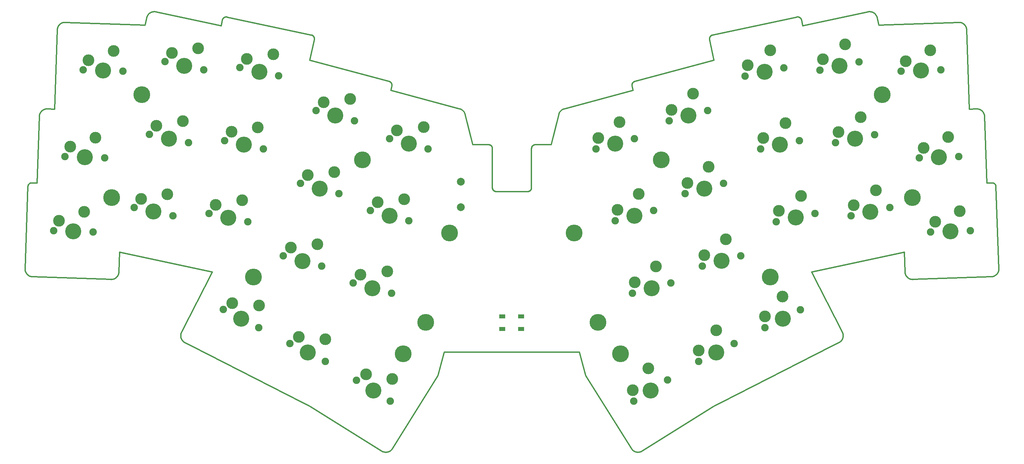
<source format=gbr>
%TF.GenerationSoftware,KiCad,Pcbnew,(6.0.6)*%
%TF.CreationDate,2022-07-10T22:01:45+09:00*%
%TF.ProjectId,nowt,6e6f7774-2e6b-4696-9361-645f70636258,rev?*%
%TF.SameCoordinates,Original*%
%TF.FileFunction,Soldermask,Top*%
%TF.FilePolarity,Negative*%
%FSLAX46Y46*%
G04 Gerber Fmt 4.6, Leading zero omitted, Abs format (unit mm)*
G04 Created by KiCad (PCBNEW (6.0.6)) date 2022-07-10 22:01:45*
%MOMM*%
%LPD*%
G01*
G04 APERTURE LIST*
%TA.AperFunction,Profile*%
%ADD10C,0.349999*%
%TD*%
%ADD11R,1.500000X1.000000*%
%ADD12C,4.300000*%
%ADD13C,1.900000*%
%ADD14C,3.000000*%
%ADD15C,4.100000*%
%ADD16C,2.000000*%
G04 APERTURE END LIST*
D10*
X72732052Y-26633205D02*
X72684562Y-26643585D01*
X179229312Y-137667739D02*
X179229312Y-137667739D01*
X270294066Y-91684858D02*
X270321484Y-91591155D01*
X196459436Y-32146363D02*
X196458571Y-32196008D01*
X230533221Y-108676893D02*
X230556741Y-108580901D01*
X262154177Y-29918351D02*
X262154177Y-29918351D01*
X31517647Y-28000906D02*
X31420438Y-28014372D01*
X239057900Y-26212028D02*
X239004616Y-26130299D01*
X239312655Y-26847300D02*
X239312655Y-26847300D01*
X197104277Y-31254241D02*
X197057938Y-31273081D01*
X30308662Y-28594722D02*
X30241604Y-28667264D01*
X266173669Y-50734683D02*
X266105080Y-50667580D01*
X115182141Y-43611429D02*
X115158412Y-43567870D01*
X95089535Y-31428482D02*
X95051952Y-31397916D01*
X140961129Y-70437724D02*
X140954768Y-70387679D01*
X61312380Y-107899411D02*
X61302364Y-107996489D01*
X158350196Y-50718048D02*
X158267650Y-50819922D01*
X26536623Y-50228640D02*
X26444609Y-50261262D01*
X115292264Y-44083444D02*
X115291830Y-44034582D01*
X246454202Y-92234775D02*
X246479056Y-92329472D01*
X140919427Y-60041605D02*
X140906354Y-59994511D01*
X115283828Y-43937348D02*
X115276284Y-43889153D01*
X159215351Y-50134709D02*
X159090155Y-50182210D01*
X260959039Y-28156219D02*
X260869103Y-28119283D01*
X238606083Y-25701634D02*
X238527461Y-25641840D01*
X157961692Y-51404106D02*
X157923999Y-51533734D01*
X23082637Y-69067515D02*
X23034527Y-69076596D01*
X150332259Y-71209324D02*
X150286748Y-71226887D01*
X21719967Y-91967790D02*
X21765159Y-92053167D01*
X270184942Y-91956298D02*
X270225732Y-91867596D01*
X261926812Y-29058686D02*
X261879662Y-28974045D01*
X22355374Y-69595762D02*
X22334060Y-69639653D01*
X22115069Y-92509003D02*
X22185383Y-92574359D01*
X151121017Y-59727217D02*
X151094989Y-59767715D01*
X133937526Y-51404093D02*
X133891589Y-51278317D01*
X270388610Y-91105950D02*
X270387606Y-91006736D01*
X176607371Y-44034612D02*
X176606939Y-44083476D01*
X45123022Y-92941581D02*
X45178184Y-92860700D01*
X196464389Y-32296279D02*
X196471169Y-32346757D01*
X140753275Y-59690353D02*
X140723020Y-59651530D01*
X115428202Y-137033728D02*
X127074427Y-118396346D01*
X115203592Y-43655914D02*
X115182141Y-43611429D01*
X23034527Y-69076596D02*
X22987000Y-69088000D01*
X270139818Y-92043001D02*
X270184942Y-91956298D01*
X115289014Y-43985854D02*
X115283828Y-43937348D01*
X150853716Y-70712723D02*
X150831790Y-70756332D01*
X219850350Y-27125968D02*
X219825312Y-27083788D01*
X196676131Y-31566918D02*
X196647174Y-31605205D01*
X72192515Y-26930397D02*
X72160257Y-26966351D01*
X265717927Y-50384675D02*
X265632564Y-50339464D01*
X266685037Y-51658970D02*
X266659348Y-51563062D01*
X247792500Y-93679900D02*
X247886202Y-93707303D01*
X132929984Y-50237615D02*
X132809048Y-50182236D01*
X159090155Y-50182210D02*
X158969219Y-50237593D01*
X248371389Y-93774355D02*
X248470599Y-93773337D01*
X72336989Y-26803832D02*
X72298703Y-26832788D01*
X237527444Y-25270441D02*
X237429897Y-25264460D01*
X150781583Y-70840244D02*
X150753369Y-70880384D01*
X31714403Y-27988342D02*
X31615691Y-27992209D01*
X53453532Y-25585768D02*
X53371694Y-25641844D01*
X177208207Y-43150756D02*
X177163704Y-43171411D01*
X176998061Y-43274526D02*
X176960094Y-43305158D01*
X114939113Y-43305142D02*
X114901148Y-43274510D01*
X114893202Y-137602513D02*
X114971278Y-137543905D01*
X30530817Y-28397626D02*
X30453761Y-28459444D01*
X246433973Y-92138751D02*
X246454202Y-92234775D01*
X261773790Y-28812742D02*
X261715327Y-28736324D01*
X239193221Y-26471921D02*
X239152303Y-26382985D01*
X219637436Y-26863558D02*
X219600545Y-26832779D01*
X94886303Y-31294074D02*
X94841302Y-31273092D01*
X141847361Y-71280237D02*
X141797317Y-71273879D01*
X145949603Y-71285399D02*
X141949603Y-71285399D01*
X150286748Y-71226887D02*
X150240408Y-71242218D01*
X140938638Y-60137704D02*
X140930200Y-60089363D01*
X22247560Y-69970004D02*
X22244601Y-70019530D01*
X177345170Y-137797033D02*
X177435668Y-137835152D01*
X22668216Y-92890970D02*
X22757716Y-92929939D01*
X220263125Y-28851722D02*
X219956149Y-27407487D01*
X265362947Y-50228750D02*
X265268999Y-50200556D01*
X23039268Y-93020588D02*
X23137067Y-93041620D01*
X94381060Y-126216544D02*
X112670657Y-137669425D01*
X115187462Y-137345843D02*
X115253027Y-137272754D01*
X73129115Y-26637251D02*
X73129115Y-26637251D01*
X52951753Y-26051269D02*
X52894548Y-26130303D01*
X268943344Y-92998125D02*
X269036563Y-92968736D01*
X177816101Y-137942532D02*
X177913822Y-137957446D01*
X177300430Y-43115971D02*
X177253806Y-43132258D01*
X150807735Y-70798866D02*
X150781583Y-70840244D01*
X218871195Y-26621047D02*
X218820719Y-26627828D01*
X140504178Y-59453294D02*
X140462782Y-59427148D01*
X61552420Y-109132568D02*
X61602451Y-109216748D01*
X62217312Y-109837216D02*
X62301801Y-109888442D01*
X140949603Y-60285399D02*
X140948373Y-60235804D01*
X268458163Y-93075324D02*
X268557205Y-93069429D01*
X29797051Y-29527887D02*
X29776817Y-29623916D01*
X22244601Y-70019530D02*
X22244601Y-70019530D01*
X115118553Y-137415467D02*
X115187462Y-137345843D01*
X158061496Y-51156710D02*
X158007627Y-51278328D01*
X29851319Y-29339973D02*
X29821909Y-29433185D01*
X178876335Y-137843293D02*
X178967259Y-137806200D01*
X164824786Y-118396346D02*
X176470996Y-137034179D01*
X140462782Y-59427148D02*
X140420230Y-59403099D01*
X22297966Y-69730316D02*
X22283260Y-69776925D01*
X178499446Y-137945570D02*
X178595296Y-137926974D01*
X115276284Y-43889153D02*
X115266393Y-43841357D01*
X248077439Y-93748304D02*
X248174642Y-93761776D01*
X141028196Y-70674672D02*
X141010290Y-70629262D01*
X261447666Y-28461694D02*
X261372948Y-28401404D01*
X150891043Y-70622609D02*
X150873479Y-70668121D01*
X269299612Y-69290022D02*
X269261076Y-69259113D01*
X239261986Y-26655976D02*
X239229815Y-26562966D01*
X177913822Y-137957446D02*
X178011802Y-137967483D01*
X113209932Y-137904890D02*
X113304821Y-137928071D01*
X176780956Y-137415745D02*
X176853122Y-137481756D01*
X45672885Y-86820426D02*
X69356166Y-91854468D01*
X115158412Y-43567870D02*
X115132554Y-43525540D01*
X230471809Y-108865618D02*
X230504855Y-108772017D01*
X176711987Y-137346163D02*
X176780956Y-137415745D01*
X150620761Y-71026747D02*
X150583343Y-71058982D01*
X95051952Y-31397916D02*
X95012789Y-31369118D01*
X260683118Y-28058482D02*
X260587328Y-28034860D01*
X269494489Y-69511261D02*
X269466900Y-69470816D01*
X140873441Y-59902645D02*
X140853670Y-59858037D01*
X151473461Y-59407678D02*
X151431616Y-59431704D01*
X266555503Y-51287900D02*
X266512395Y-51200771D01*
X23440608Y-93075339D02*
X23440608Y-93075339D01*
X114645407Y-43132242D02*
X114598783Y-43115955D01*
X30864014Y-28191826D02*
X30777302Y-28236931D01*
X114974765Y-45384867D02*
X114974765Y-45384867D01*
X30610536Y-28339893D02*
X30530817Y-28397626D01*
X61296583Y-108191587D02*
X61300846Y-108289253D01*
X248470599Y-93773337D02*
X248470599Y-93773337D01*
X269128133Y-92934870D02*
X269217892Y-92896599D01*
X141390504Y-71114626D02*
X141351298Y-71086747D01*
X53012778Y-25975076D02*
X52951753Y-26051269D01*
X21512065Y-91006743D02*
X21511073Y-91109676D01*
X141177966Y-70921511D02*
X141148279Y-70883736D01*
X44106924Y-93679847D02*
X44199121Y-93647921D01*
X150970238Y-60084182D02*
X150961375Y-60133354D01*
X72025857Y-27169584D02*
X72004876Y-27214584D01*
X52841264Y-26212031D02*
X52792002Y-26296309D01*
X23279246Y-69055037D02*
X23229635Y-69054517D01*
X219956149Y-27407487D02*
X219944177Y-27357423D01*
X248174642Y-93761776D02*
X248272681Y-93770481D01*
X71943103Y-27407483D02*
X71636073Y-28851722D01*
X268458163Y-93075324D02*
X268458163Y-93075324D01*
X21609315Y-91698138D02*
X21641924Y-91790146D01*
X230122960Y-109453058D02*
X230184579Y-109377345D01*
X95012789Y-31369118D02*
X94972095Y-31342162D01*
X266594451Y-51377406D02*
X266555503Y-51287900D01*
X151949603Y-59287265D02*
X151898208Y-59288563D01*
X247110844Y-93303191D02*
X247187893Y-93365010D01*
X54763267Y-25275298D02*
X54665214Y-25266857D01*
X21538593Y-91410930D02*
X21557528Y-91508400D01*
X145949603Y-112396346D02*
X145949603Y-112396346D01*
X22047981Y-92440397D02*
X22115069Y-92509003D01*
X61342415Y-108580593D02*
X61365912Y-108676563D01*
X237233945Y-25266856D02*
X237135890Y-25275297D01*
X112670657Y-137669425D02*
X112756081Y-137719996D01*
X133264176Y-50447946D02*
X133157854Y-50370781D01*
X269645899Y-69920900D02*
X269638131Y-69872298D01*
X269180093Y-69203455D02*
X269137812Y-69178767D01*
X113497318Y-137960397D02*
X113594575Y-137969484D01*
X229916846Y-109661084D02*
X229988978Y-109595063D01*
X158191814Y-50927198D02*
X158122994Y-51039564D01*
X157923999Y-51533734D02*
X155949603Y-59287265D01*
X265544860Y-50298325D02*
X265454944Y-50261380D01*
X150656695Y-70992553D02*
X150656695Y-70992553D01*
X72160257Y-26966351D02*
X72129692Y-27003934D01*
X266300965Y-50878440D02*
X266239007Y-50805010D01*
X45063825Y-93019842D02*
X45123022Y-92941581D01*
X43528069Y-93774327D02*
X43626771Y-93770447D01*
X140853670Y-59858037D02*
X140831733Y-59814422D01*
X45491674Y-91943369D02*
X45497592Y-91844336D01*
X247609764Y-93611596D02*
X247700299Y-93647977D01*
X52792002Y-26296309D02*
X52746861Y-26382988D01*
X151797501Y-59298759D02*
X151748313Y-59307532D01*
X72977762Y-26616866D02*
X72927767Y-26615232D01*
X266739703Y-52060307D02*
X266733510Y-51957559D01*
X262099500Y-29516948D02*
X262073804Y-29421026D01*
X238753273Y-25831794D02*
X238681388Y-25765001D01*
X22335202Y-92694801D02*
X22414466Y-92749628D01*
X72298703Y-26832788D02*
X72261812Y-26863567D01*
X140286457Y-59343876D02*
X140240100Y-59328556D01*
X22848752Y-69135837D02*
X22804390Y-69156220D01*
X128682116Y-112396346D02*
X145949603Y-112396346D01*
X151314130Y-59515102D02*
X151277860Y-59546467D01*
X176960094Y-43305158D02*
X176923646Y-43337623D01*
X269474688Y-92756095D02*
X269555588Y-92700942D01*
X264774532Y-50130367D02*
X264671603Y-50131333D01*
X247349815Y-93476333D02*
X247434356Y-93525712D01*
X72073941Y-27083793D02*
X72048903Y-27125971D01*
X25940783Y-50543395D02*
X25866068Y-50603686D01*
X261828611Y-28892023D02*
X261773790Y-28812742D01*
X95348682Y-31770834D02*
X95327499Y-31727711D01*
X140949603Y-60285399D02*
X140949603Y-60285399D01*
X112932800Y-137807635D02*
X113023746Y-137844643D01*
X269217892Y-92896599D02*
X269305679Y-92853997D01*
X269654238Y-70019530D02*
X269654238Y-70019530D01*
X151048774Y-59852556D02*
X151028712Y-59896776D01*
X133157854Y-50370781D02*
X133046355Y-50300567D01*
X261715327Y-28736324D02*
X261653353Y-28662888D01*
X115253027Y-137272754D02*
X115315101Y-137196304D01*
X140656558Y-59578173D02*
X140656558Y-59578173D01*
X62301801Y-109888442D02*
X62389102Y-109935630D01*
X265800820Y-50433838D02*
X265717927Y-50384675D01*
X95252051Y-31605223D02*
X95223095Y-31566935D01*
X25386945Y-51200681D02*
X25343828Y-51287821D01*
X43822001Y-93748261D02*
X43918198Y-93730079D01*
X266239007Y-50805010D02*
X266173669Y-50734683D01*
X269305679Y-92853997D02*
X269391331Y-92807138D01*
X261587999Y-28592557D02*
X261519393Y-28525452D01*
X239706683Y-28701015D02*
X239706683Y-28701015D01*
X176606939Y-44083476D02*
X176608899Y-44132386D01*
X270225732Y-91867596D02*
X270262128Y-91777060D01*
X237429897Y-25264460D02*
X237332006Y-25263255D01*
X219929842Y-27308552D02*
X219913217Y-27260923D01*
X114861734Y-43245766D02*
X114820942Y-43218963D01*
X133631557Y-50819922D02*
X133549010Y-50718051D01*
X45229237Y-92777362D02*
X45276108Y-92691728D01*
X53988458Y-25341472D02*
X53895246Y-25370843D01*
X230499626Y-107518401D02*
X230466082Y-107425818D01*
X176525722Y-137117016D02*
X176584226Y-137196695D01*
X72048903Y-27125971D02*
X72025857Y-27169584D01*
X230556741Y-108580901D02*
X230575429Y-108484219D01*
X45480912Y-92041559D02*
X45491674Y-91943369D01*
X150949603Y-70285399D02*
X150949603Y-70285399D01*
X176853122Y-137481756D02*
X176928342Y-137544091D01*
X95327499Y-31727711D02*
X95304301Y-31685685D01*
X25304873Y-51377337D02*
X25270208Y-51469110D01*
X266512395Y-51200771D02*
X266465258Y-51116139D01*
X270262128Y-91777060D02*
X270294066Y-91684858D01*
X115428202Y-137033728D02*
X115428202Y-137033728D01*
X140950905Y-70336896D02*
X140949603Y-70285437D01*
X237135890Y-25275297D02*
X237038015Y-25288610D01*
X197487612Y-126216643D02*
X229509402Y-109935973D01*
X145949603Y-112396346D02*
X163217089Y-112396346D01*
X158122994Y-51039564D02*
X158061496Y-51156710D01*
X150949603Y-60285434D02*
X150949603Y-70285399D01*
X95440628Y-32196018D02*
X95439765Y-32146374D01*
X230552663Y-107707165D02*
X230528490Y-107612242D01*
X141094387Y-70803959D02*
X141070307Y-70762083D01*
X140331985Y-59361429D02*
X140286457Y-59343876D01*
X133549010Y-50718051D02*
X133460060Y-50621891D01*
X266659348Y-51563062D02*
X266629109Y-51469167D01*
X114554688Y-137797130D02*
X114642959Y-137754655D01*
X22894029Y-69117651D02*
X22848752Y-69135837D01*
X178690178Y-137903709D02*
X178783916Y-137875806D01*
X22849472Y-92964618D02*
X22943363Y-92994878D01*
X114901148Y-43274510D02*
X114861734Y-43245766D01*
X52894548Y-26130303D02*
X52841264Y-26212031D01*
X25725741Y-50734551D02*
X25660389Y-50804882D01*
X158267650Y-50819922D02*
X158191814Y-50927198D01*
X114642959Y-137754655D02*
X114728898Y-137707991D01*
X230184579Y-109377345D02*
X230242463Y-109298670D01*
X29966118Y-29070885D02*
X29923497Y-29158661D01*
X265268999Y-50200556D02*
X265173229Y-50176919D01*
X115075086Y-43445461D02*
X115043617Y-43407821D01*
X95192318Y-31530043D02*
X95159766Y-31494620D01*
X219070327Y-26619406D02*
X219021109Y-26616091D01*
X61309896Y-108386761D02*
X61323748Y-108483933D01*
X264976744Y-50143801D02*
X264876289Y-50134563D01*
X25598418Y-50878318D02*
X25539959Y-50954737D01*
X246401766Y-91844329D02*
X246407681Y-91943366D01*
X22718747Y-69203458D02*
X22677632Y-69230251D01*
X248272681Y-93770481D02*
X248371389Y-93774355D01*
X150981465Y-60035876D02*
X150970238Y-60084182D01*
X30241604Y-28667264D02*
X30178435Y-28742749D01*
X72878124Y-26616097D02*
X72828907Y-26619413D01*
X219706736Y-26930389D02*
X219672858Y-26896111D01*
X25270208Y-51469110D02*
X25239964Y-51563018D01*
X61981866Y-109660660D02*
X62057229Y-109723190D01*
X158969219Y-50237593D02*
X158852848Y-50300548D01*
X230575429Y-108484219D02*
X230589300Y-108387023D01*
X72591831Y-26671069D02*
X72546738Y-26688076D01*
X176645029Y-43794071D02*
X176632804Y-43841382D01*
X115258303Y-44326695D02*
X115269951Y-44278480D01*
X150994996Y-59988498D02*
X150981465Y-60035876D01*
X151277860Y-59546467D02*
X151243140Y-59579510D01*
X270362514Y-91399912D02*
X270376002Y-91302704D01*
X269615582Y-69776925D02*
X269600875Y-69730314D01*
X237038015Y-25288610D02*
X236940493Y-25306828D01*
X25660389Y-50804882D02*
X25598418Y-50878318D01*
X140145231Y-59304752D02*
X140096883Y-59296335D01*
X25177055Y-51856337D02*
X25165793Y-51957572D01*
X176629254Y-44278517D02*
X176640902Y-44326733D01*
X73129115Y-26637251D02*
X73078511Y-26627828D01*
X151010766Y-59942110D02*
X150994996Y-59988498D01*
X246226321Y-86820426D02*
X246401766Y-91844329D01*
X196460206Y-32246005D02*
X196464389Y-32296279D01*
X269600875Y-69730314D02*
X269583929Y-69684530D01*
X177163704Y-43171411D02*
X177120368Y-43194170D01*
X72502594Y-26707196D02*
X72459472Y-26728380D01*
X151028712Y-59896776D02*
X151010766Y-59942110D01*
X45672885Y-86820426D02*
X45672885Y-86820426D01*
X196847282Y-31397901D02*
X196809697Y-31428466D01*
X26726375Y-50176830D02*
X26630588Y-50200456D01*
X260390803Y-28001776D02*
X260290328Y-27992558D01*
X72226391Y-26896119D02*
X72192515Y-26930397D01*
X26823853Y-50157884D02*
X26726375Y-50176830D01*
X114728898Y-137707991D02*
X114812361Y-137657243D01*
X115010418Y-43371851D02*
X114975560Y-43337607D01*
X261046763Y-28197350D02*
X260959039Y-28156219D01*
X53371694Y-25641844D02*
X53293074Y-25701638D01*
X61300846Y-108289253D02*
X61309896Y-108386761D01*
X246776340Y-92941621D02*
X246835541Y-93019886D01*
X30379534Y-28525285D02*
X30379534Y-28525285D01*
X150690891Y-70956620D02*
X150656695Y-70992553D01*
X52192523Y-28701015D02*
X52192523Y-28701015D01*
X269261076Y-69259113D02*
X269221208Y-69230247D01*
X177622634Y-137898095D02*
X177718814Y-137922713D01*
X270387606Y-91006736D02*
X269654238Y-70019530D01*
X269543466Y-69595760D02*
X269520023Y-69552936D01*
X150544522Y-71089222D02*
X150504382Y-71117434D01*
X29923497Y-29158661D02*
X29885206Y-29248411D01*
X31324229Y-28032544D02*
X31229187Y-28055361D01*
X177256857Y-137754620D02*
X177345170Y-137797033D01*
X22562113Y-69322947D02*
X22526672Y-69357667D01*
X115158412Y-43567870D02*
X115158412Y-43567870D01*
X247700299Y-93647977D02*
X247792500Y-93679900D01*
X115239617Y-43747311D02*
X115222755Y-43701237D01*
X261969931Y-29145826D02*
X261926812Y-29058686D01*
X179056514Y-137764557D02*
X179143923Y-137718393D01*
X21515244Y-91211439D02*
X21524458Y-91311900D01*
X149949572Y-71285434D02*
X149949572Y-71285434D01*
X133365013Y-50531753D02*
X133264176Y-50447946D01*
X230427873Y-107334672D02*
X230385012Y-107245139D01*
X219352503Y-26688066D02*
X219307409Y-26671059D01*
X95279135Y-31644831D02*
X95252051Y-31605223D01*
X246479056Y-92329472D02*
X246508462Y-92422680D01*
X151094989Y-59767715D02*
X151070887Y-59809515D01*
X53538047Y-25533815D02*
X53453532Y-25585768D01*
X219956149Y-27407487D02*
X219956149Y-27407487D01*
X114551203Y-43101933D02*
X114551203Y-43101933D01*
X238185991Y-25443293D02*
X238095736Y-25404792D01*
X114598783Y-43115955D02*
X114551203Y-43101933D01*
X141652241Y-71240445D02*
X141605777Y-71224724D01*
X268911839Y-69087996D02*
X268864314Y-69076592D01*
X268752604Y-93043175D02*
X268848637Y-93022962D01*
X114975560Y-43337607D02*
X114939113Y-43305142D01*
X140906354Y-59994511D02*
X140891014Y-59948164D01*
X219214676Y-26643576D02*
X219167185Y-26633197D01*
X54274691Y-25281167D02*
X54178355Y-25296602D01*
X239152303Y-26382985D02*
X239107163Y-26296305D01*
X135949603Y-59287265D02*
X135949603Y-59287265D01*
X115266393Y-43841357D02*
X115254167Y-43794047D01*
X266359413Y-50954852D02*
X266300965Y-50878440D01*
X269004809Y-69117647D02*
X268958699Y-69101691D01*
X163217089Y-112396346D02*
X164824786Y-118396346D01*
X22493138Y-69393940D02*
X22461548Y-69431684D01*
X140981092Y-70535347D02*
X140969924Y-70486967D01*
X72129692Y-27003934D02*
X72100895Y-27043097D01*
X176676441Y-43701259D02*
X176659579Y-43747334D01*
X26018359Y-50486693D02*
X25940783Y-50543395D01*
X266465258Y-51116139D02*
X266414220Y-51034126D01*
X29744601Y-29918353D02*
X29744601Y-29918353D01*
X45497592Y-91844336D02*
X45672885Y-86820426D01*
X23229635Y-69054517D02*
X23180274Y-69056444D01*
X269633868Y-92641753D02*
X269709369Y-92578601D01*
X150949603Y-70285399D02*
X150948374Y-70334994D01*
X196571720Y-31727694D02*
X196550535Y-31770818D01*
X95439765Y-32146374D02*
X95436452Y-32097156D01*
X94648402Y-31211313D02*
X73129115Y-26637251D01*
X266629109Y-51469167D02*
X266594451Y-51377406D01*
X53077523Y-25901870D02*
X53012778Y-25975076D01*
X22496470Y-92800685D02*
X22581093Y-92847842D01*
X54082886Y-25316714D02*
X53988458Y-25341472D01*
X230589300Y-108387023D02*
X230598367Y-108289491D01*
X140583173Y-59511743D02*
X140544336Y-59481504D01*
X196499561Y-31906026D02*
X196486923Y-31952794D01*
X239229815Y-26562966D02*
X239193221Y-26471921D01*
X179229312Y-137667739D02*
X197487612Y-126216643D01*
X61346595Y-107707082D02*
X61327129Y-107802883D01*
X26266955Y-50339334D02*
X26181575Y-50384541D01*
X177435668Y-137835152D02*
X177528204Y-137868874D01*
X158852848Y-50300548D02*
X158741348Y-50370765D01*
X22677632Y-69230251D02*
X22637766Y-69259117D01*
X21984239Y-92368671D02*
X22047981Y-92440397D01*
X196594920Y-31685668D02*
X196571720Y-31727694D01*
X140891014Y-59948164D02*
X140873441Y-59902645D01*
X151652583Y-59332115D02*
X151606167Y-59347800D01*
X71969411Y-27308551D02*
X71955075Y-27357420D01*
X261879662Y-28974045D02*
X261828611Y-28892023D01*
X94841302Y-31273092D02*
X94794964Y-31254251D01*
X246401766Y-91844329D02*
X246401766Y-91844329D01*
X237816278Y-25316711D02*
X237720809Y-25296599D01*
X115104756Y-43484719D02*
X115075086Y-43445461D01*
X177078268Y-43218978D02*
X177037476Y-43245781D01*
X176924441Y-45384867D02*
X159344500Y-50095401D01*
X150930210Y-70481425D02*
X150919442Y-70529179D01*
X44465051Y-93525653D02*
X44549586Y-93476274D01*
X115279160Y-44229959D02*
X115285940Y-44181220D01*
X270376002Y-91302704D02*
X270384721Y-91204662D01*
X23440608Y-93075339D02*
X43428866Y-93773314D01*
X21678848Y-91880073D02*
X21719967Y-91967790D01*
X159344500Y-50095401D02*
X159215351Y-50134709D01*
X44711499Y-93364952D02*
X44788543Y-93303135D01*
X262043557Y-29327117D02*
X262008890Y-29235344D01*
X219522650Y-26776736D02*
X219481797Y-26751569D01*
X114820942Y-43218963D02*
X114778844Y-43194155D01*
X22761027Y-69178771D02*
X22718747Y-69203458D01*
X23137067Y-93041620D02*
X23236637Y-93057842D01*
X26181575Y-50384541D02*
X26098666Y-50433701D01*
X176928342Y-137544091D02*
X177006470Y-137602649D01*
X219307409Y-26671059D02*
X219261442Y-26656213D01*
X94794964Y-31254251D02*
X94747335Y-31237624D01*
X177087362Y-137657325D02*
X177170873Y-137708016D01*
X219167185Y-26633197D02*
X219119043Y-26625125D01*
X238361108Y-25533811D02*
X238274506Y-25486310D01*
X113116181Y-137877071D02*
X113209932Y-137904890D01*
X196620087Y-31644814D02*
X196594920Y-31685668D01*
X61323748Y-108483933D02*
X61342415Y-108580593D01*
X128682116Y-112396346D02*
X128682116Y-112396346D01*
X158635027Y-50447933D02*
X158534191Y-50531744D01*
X95159766Y-31494620D02*
X95125489Y-31460742D01*
X158534191Y-50531744D02*
X158439145Y-50621885D01*
X43428866Y-93773314D02*
X43528069Y-93774327D01*
X140048035Y-59290287D02*
X139998769Y-59286642D01*
X151178602Y-59650382D02*
X151148909Y-59688085D01*
X69356166Y-91854468D02*
X69356166Y-91854468D01*
X269466900Y-69470816D02*
X269437293Y-69431680D01*
X150961375Y-60133354D02*
X150954939Y-60183328D01*
X197487612Y-126216643D02*
X197487612Y-126216643D01*
X197602359Y-37674814D02*
X177348010Y-43101950D01*
X62057229Y-109723190D02*
X62135750Y-109782087D01*
X45276108Y-92691728D02*
X45318722Y-92603959D01*
X229509402Y-109935973D02*
X229596744Y-109888808D01*
X22637766Y-69259117D02*
X22599232Y-69290026D01*
X114551203Y-43101933D02*
X94296847Y-37674814D01*
X246226321Y-86820426D02*
X246226321Y-86820426D01*
X230598367Y-108289491D02*
X230602644Y-108191800D01*
X267334750Y-69099917D02*
X267334750Y-69099917D01*
X237720809Y-25296599D02*
X237624473Y-25281165D01*
X219439771Y-26728370D02*
X219396648Y-26707186D01*
X52609528Y-26750805D02*
X52586505Y-26847303D01*
X196647174Y-31605205D02*
X196620087Y-31644814D01*
X139998769Y-59286642D02*
X139949168Y-59285434D01*
X150919442Y-70529179D02*
X150906376Y-70576267D01*
X178207836Y-137973049D02*
X178305540Y-137968637D01*
X61399625Y-107518371D02*
X61370765Y-107612186D01*
X238003916Y-25370840D02*
X237910705Y-25341469D01*
X114464231Y-137835314D02*
X114554688Y-137797130D01*
X151391071Y-59457658D02*
X151351888Y-59485478D01*
X61427269Y-108865249D02*
X61464713Y-108956683D01*
X196471169Y-32346757D02*
X196480593Y-32397362D01*
X141949603Y-71285399D02*
X141949603Y-71285399D01*
X247267606Y-93422745D02*
X247349815Y-93476333D01*
X22461548Y-69431684D02*
X22431940Y-69470819D01*
X176740786Y-43567889D02*
X176740786Y-43567889D01*
X141699693Y-71253920D02*
X141652241Y-71240445D01*
X230528490Y-107612242D02*
X230499626Y-107518401D01*
X269437293Y-69431680D02*
X269405705Y-69393936D01*
X72004876Y-27214584D02*
X71986036Y-27260923D01*
X196458571Y-32196008D02*
X196460206Y-32246005D01*
X61841073Y-109525241D02*
X61909775Y-109594632D01*
X140954768Y-70387679D02*
X140950905Y-70336896D01*
X269372173Y-69357663D02*
X269336734Y-69322943D01*
X267334750Y-69099917D02*
X266739703Y-52060307D01*
X155949603Y-59287265D02*
X155949603Y-59287265D01*
X72780192Y-26625132D02*
X72732052Y-26633205D01*
X150873479Y-70668121D02*
X150853716Y-70712723D01*
X158741348Y-50370765D02*
X158635027Y-50447933D01*
X229841442Y-109723604D02*
X229916846Y-109661084D01*
X43626771Y-93770447D02*
X43724803Y-93761738D01*
X54567155Y-25263256D02*
X54469265Y-25264462D01*
X61433162Y-107425814D02*
X61399625Y-107518371D01*
X238527461Y-25641840D02*
X238445620Y-25585764D01*
X268864314Y-69076592D02*
X268816205Y-69067511D01*
X247187893Y-93365010D02*
X247267606Y-93422745D01*
X95422663Y-32000299D02*
X95412286Y-31952808D01*
X140620608Y-59543977D02*
X140583173Y-59511743D01*
X177006470Y-137602649D02*
X177087362Y-137657325D01*
X236940493Y-25306828D02*
X236940493Y-25306828D01*
X269094449Y-69156216D02*
X269050087Y-69135833D01*
X219481797Y-26751569D02*
X219439771Y-26728370D01*
X31135478Y-28082759D02*
X31043269Y-28114678D01*
X113304821Y-137928071D02*
X113400675Y-137946583D01*
X22526672Y-69357667D02*
X22493138Y-69393940D01*
X246508462Y-92422680D02*
X246542344Y-92514238D01*
X45357007Y-92514217D02*
X45390889Y-92422663D01*
X45497592Y-91844336D02*
X45497592Y-91844336D01*
X22599232Y-69290026D02*
X22562113Y-69322947D01*
X270344321Y-91496117D02*
X270362514Y-91399912D01*
X196969322Y-31317109D02*
X196927142Y-31342148D01*
X114371731Y-137869104D02*
X114464231Y-137835314D01*
X269651281Y-69970004D02*
X269645899Y-69920900D01*
X43428866Y-93773314D02*
X43428866Y-93773314D01*
X21557528Y-91508400D02*
X21581143Y-91604179D01*
X196480593Y-32397362D02*
X197602359Y-37674814D01*
X268619601Y-69055033D02*
X268619601Y-69055033D01*
X237624473Y-25281165D02*
X237527444Y-25270441D01*
X44199121Y-93647921D02*
X44289652Y-93611539D01*
X115132554Y-43525540D02*
X115104756Y-43484719D01*
X197012936Y-31294062D02*
X196969322Y-31317109D01*
X29036982Y-50194493D02*
X29036982Y-50194493D01*
X150376860Y-71189564D02*
X150332259Y-71209324D01*
X176659579Y-43747334D02*
X176645029Y-43794071D01*
X127074427Y-118396346D02*
X127074427Y-118396346D01*
X196468470Y-32048427D02*
X196462752Y-32097144D01*
X177348010Y-43101950D02*
X177348010Y-43101950D01*
X72828907Y-26619413D02*
X72780192Y-26625132D01*
X219600545Y-26832779D02*
X219562258Y-26803822D01*
X141148279Y-70883736D02*
X141120398Y-70844531D01*
X113888274Y-137968088D02*
X113986232Y-137957972D01*
X150583343Y-71058982D02*
X150544522Y-71089222D01*
X196550535Y-31770818D02*
X196531415Y-31814964D01*
X150240408Y-71242218D02*
X150193323Y-71255283D01*
X266722248Y-51856340D02*
X266706048Y-51756770D01*
X176470996Y-137034179D02*
X176525722Y-137117016D01*
X197057938Y-31273081D02*
X197012936Y-31294062D01*
X140969924Y-70486967D02*
X140961129Y-70437724D01*
X158439145Y-50621885D02*
X158350196Y-50718048D01*
X22404351Y-69511264D02*
X22378817Y-69552939D01*
X140192997Y-59315504D02*
X140145231Y-59304752D01*
X61602451Y-109216748D02*
X61656448Y-109298241D01*
X95418597Y-32397368D02*
X95428024Y-32346764D01*
X140831733Y-59814422D02*
X140807666Y-59771882D01*
X30952726Y-28151054D02*
X30864014Y-28191826D01*
X151351888Y-59485478D02*
X151314130Y-59515102D01*
X197602359Y-37674814D02*
X197602359Y-37674814D01*
X30379534Y-28525285D02*
X30308662Y-28594722D01*
X45318722Y-92603959D02*
X45357007Y-92514217D01*
X197250842Y-31211308D02*
X197250842Y-31211308D01*
X62389102Y-109935630D02*
X62389102Y-109935630D01*
X72100895Y-27043097D02*
X72073941Y-27083793D01*
X220263125Y-28851722D02*
X220263125Y-28851722D01*
X95412286Y-31952808D02*
X95399651Y-31906041D01*
X218770114Y-26637253D02*
X197250842Y-31211308D01*
X52586505Y-26847303D02*
X52586505Y-26847303D01*
X248470599Y-93773337D02*
X268458163Y-93075324D01*
X238821639Y-25901866D02*
X238753273Y-25831794D01*
X219873396Y-27169582D02*
X219850350Y-27125968D01*
X45420294Y-92329458D02*
X45445149Y-92234766D01*
X262136720Y-29714349D02*
X262120515Y-29614763D01*
X115046443Y-137481522D02*
X115118553Y-137415467D01*
X150145573Y-71266048D02*
X150097241Y-71274480D01*
X61327129Y-107802883D02*
X61312380Y-107899411D01*
X21867279Y-92216379D02*
X21923965Y-92293955D01*
X25485140Y-51034018D02*
X25434092Y-51116040D01*
X268557205Y-93069429D02*
X268655406Y-93058688D01*
X219894377Y-27214583D02*
X219873396Y-27169582D01*
X246542344Y-92514238D02*
X246580630Y-92603985D01*
X176610186Y-43985883D02*
X176607371Y-44034612D01*
X140544336Y-59481504D02*
X140504178Y-59453294D01*
X25794344Y-50667445D02*
X25725741Y-50734551D01*
X94972095Y-31342162D02*
X94929916Y-31317122D01*
X269564780Y-69639651D02*
X269543466Y-69595760D01*
X151949603Y-59287265D02*
X151949603Y-59287265D01*
X26444609Y-50261262D02*
X26354676Y-50298200D01*
X29761282Y-29721111D02*
X29750519Y-29819310D01*
X151847487Y-59292415D02*
X151797501Y-59298759D01*
X45465379Y-92138745D02*
X45480912Y-92041559D01*
X246623246Y-92691758D02*
X246670119Y-92777396D01*
X151560799Y-59365664D02*
X151516543Y-59385644D01*
X140807666Y-59771882D02*
X140781502Y-59730498D01*
X139949168Y-59285434D02*
X139949168Y-59285434D01*
X269851382Y-92440703D02*
X269917238Y-92366492D01*
X158007627Y-51278328D02*
X157961692Y-51404106D01*
X141313521Y-71057061D02*
X141277237Y-71025632D01*
X52705943Y-26471924D02*
X52669348Y-26562970D01*
X141797317Y-71273879D02*
X141748073Y-71265085D01*
X53713168Y-25443296D02*
X53624651Y-25486314D01*
X176640902Y-44326733D02*
X176640902Y-44326733D01*
X45390889Y-92422663D02*
X45420294Y-92329458D01*
X133707395Y-50927194D02*
X133631557Y-50819922D01*
X269917238Y-92366492D02*
X269979072Y-92289450D01*
X30064058Y-28901900D02*
X30012996Y-28985244D01*
X269221208Y-69230247D02*
X269180093Y-69203455D01*
X43918198Y-93730079D02*
X44013228Y-93707253D01*
X230504855Y-108772017D02*
X230504855Y-108772017D01*
X27228083Y-50131324D02*
X27228083Y-50131324D01*
X61656448Y-109298241D02*
X61714294Y-109376910D01*
X196514407Y-31860058D02*
X196499561Y-31906026D01*
X53145888Y-25831798D02*
X53077523Y-25901870D01*
X31813616Y-27989368D02*
X31714403Y-27988342D01*
X176622914Y-43889180D02*
X176615370Y-43937376D01*
X72546738Y-26688076D02*
X72502594Y-26707196D01*
X73028035Y-26621049D02*
X72977762Y-26616866D01*
X114735508Y-43171396D02*
X114691006Y-43150740D01*
X176924441Y-45384867D02*
X176924441Y-45384867D01*
X71636073Y-28851722D02*
X54958659Y-25306828D01*
X269391331Y-92807138D02*
X269474688Y-92756095D01*
X177253806Y-43132258D02*
X177208207Y-43150756D01*
X246835541Y-93019886D02*
X246898705Y-93095370D01*
X115222755Y-43701237D02*
X115203592Y-43655914D01*
X145949603Y-71285399D02*
X145949603Y-71285399D01*
X176794445Y-43484737D02*
X176766645Y-43525558D01*
X176608899Y-44132386D02*
X176613264Y-44181255D01*
X23337857Y-93069125D02*
X23440608Y-93075339D01*
X25539959Y-50954737D02*
X25485140Y-51034018D01*
X196739463Y-31494603D02*
X196706910Y-31530026D01*
X159344500Y-50095401D02*
X159344500Y-50095401D01*
X178305540Y-137968637D02*
X178402802Y-137959467D01*
X141431077Y-71140635D02*
X141390504Y-71114626D01*
X94296847Y-37674814D02*
X94296847Y-37674814D01*
X72927767Y-26615232D02*
X72878124Y-26616097D01*
X52669348Y-26562970D02*
X52637176Y-26655979D01*
X22562113Y-69322947D02*
X22562113Y-69322947D01*
X45178184Y-92860700D02*
X45229237Y-92777362D01*
X196809697Y-31428466D02*
X196773742Y-31460726D01*
X61909775Y-109594632D02*
X61981866Y-109660660D01*
X268718570Y-69056440D02*
X268669211Y-69054513D01*
X197200778Y-31223280D02*
X197151907Y-31237616D01*
X176620045Y-44229994D02*
X176629254Y-44278517D01*
X230385012Y-107245139D02*
X230385012Y-107245139D01*
X114691006Y-43150740D02*
X114645407Y-43132242D01*
X22283260Y-69776925D02*
X22270829Y-69824280D01*
X238947411Y-26051265D02*
X238886385Y-25975072D01*
X141120398Y-70844531D02*
X141094387Y-70803959D01*
X260085604Y-27989373D02*
X239706683Y-28701015D01*
X113790228Y-137973359D02*
X113888274Y-137968088D01*
X25434092Y-51116040D02*
X25386945Y-51200681D01*
X21581143Y-91604179D02*
X21609315Y-91698138D01*
X114812361Y-137657243D02*
X114893202Y-137602513D01*
X229509402Y-109935973D02*
X229509402Y-109935973D01*
X23279246Y-69055037D02*
X23279246Y-69055037D01*
X266733510Y-51957559D02*
X266722248Y-51856340D01*
X22378817Y-69552939D02*
X22355374Y-69595762D01*
X61297094Y-108093940D02*
X61296583Y-108191587D01*
X219913217Y-27260923D02*
X219894377Y-27214583D01*
X72417448Y-26751579D02*
X72376595Y-26776746D01*
X261519393Y-28525452D02*
X261447666Y-28461694D01*
X237910705Y-25341469D02*
X237816278Y-25316711D01*
X114974765Y-45384867D02*
X115258303Y-44326695D01*
X21524458Y-91311900D02*
X21538593Y-91410930D01*
X150954939Y-60183328D02*
X150950995Y-60234042D01*
X229681275Y-109837601D02*
X229762879Y-109782488D01*
X177718814Y-137922713D02*
X177718814Y-137922713D01*
X196886446Y-31369103D02*
X196847282Y-31397901D01*
X151699986Y-59318671D02*
X151652583Y-59332115D01*
X176717056Y-43611449D02*
X176695604Y-43655935D01*
X266414220Y-51034126D02*
X266359413Y-50954852D01*
X95304301Y-31685685D02*
X95279135Y-31644831D01*
X54665214Y-25266857D02*
X54567155Y-25263256D01*
X270090424Y-92127538D02*
X270139818Y-92043001D01*
X150504382Y-71117434D02*
X150463003Y-71143585D01*
X54861140Y-25288611D02*
X54763267Y-25275298D01*
X22270829Y-69824280D02*
X22260711Y-69872299D01*
X247521060Y-93570821D02*
X247609764Y-93611596D01*
X246721175Y-92860737D02*
X246776340Y-92941621D01*
X94381060Y-126216544D02*
X94381060Y-126216544D01*
X150048409Y-71280544D02*
X149999159Y-71284207D01*
X54958659Y-25306828D02*
X54958659Y-25306828D01*
X247036624Y-93237349D02*
X247110844Y-93303191D01*
X219119043Y-26625125D02*
X219070327Y-26619406D01*
X270387606Y-91006736D02*
X270387606Y-91006736D01*
X114083928Y-137942981D02*
X114181185Y-137923087D01*
X247434356Y-93525712D02*
X247521060Y-93570821D01*
X114971278Y-137543905D02*
X115046443Y-137481522D01*
X264671603Y-50131333D02*
X264671603Y-50131333D01*
X178595296Y-137926974D02*
X178690178Y-137903709D01*
X219672858Y-26896111D02*
X219637436Y-26863558D01*
X25239964Y-51563018D02*
X25214270Y-51658939D01*
X115290304Y-44132353D02*
X115292264Y-44083444D01*
X269654238Y-70019530D02*
X269651281Y-69970004D01*
X196927142Y-31342148D02*
X196886446Y-31369103D01*
X23236637Y-93057842D02*
X23337857Y-93069125D01*
X133460060Y-50621891D02*
X133365013Y-50531753D01*
X22185383Y-92574359D02*
X22258801Y-92636335D01*
X266033371Y-50603823D02*
X265958671Y-50543533D01*
X114181185Y-137923087D02*
X114181185Y-137923087D01*
X22581093Y-92847842D02*
X22668216Y-92890970D01*
X26098666Y-50433701D02*
X26018359Y-50486693D01*
X31420438Y-28014372D02*
X31324229Y-28032544D01*
X238095736Y-25404792D02*
X238003916Y-25370840D01*
X238274506Y-25486310D02*
X238185991Y-25443293D01*
X115258303Y-44326695D02*
X115258303Y-44326695D01*
X24564463Y-69099917D02*
X23279246Y-69055037D01*
X140948373Y-60235804D02*
X140944707Y-60186545D01*
X141949603Y-71285399D02*
X141898144Y-71284098D01*
X238681388Y-25765001D02*
X238606083Y-25701634D01*
X230346562Y-109132981D02*
X230392547Y-109046235D01*
X150906376Y-70576267D02*
X150891043Y-70622609D01*
X261132146Y-28242555D02*
X261046763Y-28197350D01*
X53453532Y-25585768D02*
X53453532Y-25585768D01*
X94929916Y-31317122D02*
X94886303Y-31294074D01*
X176632804Y-43841382D02*
X176622914Y-43889180D01*
X218820719Y-26627828D02*
X218770114Y-26637253D01*
X27023365Y-50134517D02*
X26922893Y-50143739D01*
X150656695Y-70992553D02*
X150620761Y-71026747D01*
X44549586Y-93476274D02*
X44631791Y-93422686D01*
X261295368Y-28344704D02*
X261215058Y-28291714D01*
X260869103Y-28119283D02*
X260777086Y-28086664D01*
X140949603Y-70285437D02*
X140949603Y-70285437D01*
X61471361Y-107334693D02*
X61433162Y-107425814D01*
X25193257Y-51756753D02*
X25177055Y-51856337D01*
X30777302Y-28236931D02*
X30692754Y-28286307D01*
X150097241Y-71274480D02*
X150048409Y-71280544D01*
X246898705Y-93095370D02*
X246965757Y-93167912D01*
X95223095Y-31566935D02*
X95192318Y-31530043D01*
X230057721Y-109525676D02*
X230122960Y-109453058D01*
X22258801Y-92636335D02*
X22335202Y-92694801D01*
X140240100Y-59328556D02*
X140192997Y-59315504D01*
X95438991Y-32246014D02*
X95440628Y-32196018D01*
X22414466Y-92749628D02*
X22496470Y-92800685D01*
X230392547Y-109046235D02*
X230434334Y-108957069D01*
X157923999Y-51533734D02*
X157923999Y-51533734D01*
X95430735Y-32048440D02*
X95422663Y-32000299D01*
X219021109Y-26616091D02*
X218971465Y-26615227D01*
X30692754Y-28286307D02*
X30610536Y-28339893D01*
X151070887Y-59809515D02*
X151048774Y-59852556D01*
X61370765Y-107612186D02*
X61346595Y-107707082D01*
X151148909Y-59688085D02*
X151121017Y-59727217D01*
X237332006Y-25263255D02*
X237233945Y-25266856D01*
X176855586Y-43407837D02*
X176824116Y-43445478D01*
X133837717Y-51156702D02*
X133776217Y-51039557D01*
X61775874Y-109452622D02*
X61841073Y-109525241D01*
X61464713Y-108956683D02*
X61506469Y-109045834D01*
X22252942Y-69920900D02*
X22247560Y-69970004D01*
X239107163Y-26296305D02*
X239057900Y-26212028D01*
X265454944Y-50261380D02*
X265362947Y-50228750D01*
X95418597Y-32397368D02*
X95418597Y-32397368D01*
X115269951Y-44278480D02*
X115279160Y-44229959D01*
X22757716Y-92929939D02*
X22849472Y-92964618D01*
X30119228Y-28821015D02*
X30064058Y-28901900D01*
X150831790Y-70756332D02*
X150807735Y-70798866D01*
X62389102Y-109935630D02*
X94381060Y-126216544D01*
X177348010Y-43101950D02*
X177300430Y-43115971D01*
X141560366Y-71206820D02*
X141516071Y-71186795D01*
X178011802Y-137967483D02*
X178109865Y-137972675D01*
X178967259Y-137806200D02*
X179056514Y-137764557D01*
X151748313Y-59307532D02*
X151699986Y-59318671D01*
X239004616Y-26130299D02*
X238947411Y-26051265D01*
X176695604Y-43655935D02*
X176676441Y-43701259D01*
X196531415Y-31814964D02*
X196514407Y-31860058D01*
X61514209Y-107245185D02*
X61514209Y-107245185D01*
X141209396Y-70957794D02*
X141177966Y-70921511D01*
X71955075Y-27357420D02*
X71943103Y-27407483D01*
X31043269Y-28114678D02*
X30952726Y-28151054D01*
X236940493Y-25306828D02*
X220263125Y-28851722D01*
X44631791Y-93422686D02*
X44711499Y-93364952D01*
X265632564Y-50339464D02*
X265544860Y-50298325D01*
X29821909Y-29433185D02*
X29797051Y-29527887D01*
X261372948Y-28401404D02*
X261295368Y-28344704D01*
X133891589Y-51278317D02*
X133837717Y-51156702D01*
X260587328Y-28034860D02*
X260489846Y-28015917D01*
X141898144Y-71284098D02*
X141847361Y-71280237D01*
X22244601Y-70019530D02*
X21512065Y-91006743D01*
X151210033Y-59614169D02*
X151178602Y-59650382D01*
X115373542Y-137116594D02*
X115428202Y-137033728D01*
X196476544Y-32000285D02*
X196468470Y-32048427D01*
X219769559Y-27003928D02*
X219738994Y-26966344D01*
X150193323Y-71255283D02*
X150145573Y-71266048D01*
X114778844Y-43194155D02*
X114735508Y-43171396D01*
X141048223Y-70718967D02*
X141028196Y-70674672D01*
X29776817Y-29623916D02*
X29761282Y-29721111D01*
X230242463Y-109298670D02*
X230296496Y-109217171D01*
X95125489Y-31460742D02*
X95089535Y-31428482D01*
X269709369Y-92578601D02*
X269781927Y-92511560D01*
X53293074Y-25701638D02*
X53217772Y-25765005D01*
X114277335Y-137898396D02*
X114371731Y-137869104D01*
X230602144Y-108094128D02*
X230596883Y-107996650D01*
X268816205Y-69067511D02*
X268767596Y-69060783D01*
X140949603Y-70285437D02*
X140949603Y-60285399D01*
X140376604Y-59381182D02*
X140331985Y-59361429D01*
X269050087Y-69135833D02*
X269004809Y-69117647D01*
X141277237Y-71025632D02*
X141242508Y-70992522D01*
X176613264Y-44181255D02*
X176620045Y-44229994D01*
X197250842Y-31211308D02*
X197200778Y-31223280D01*
X230385012Y-107245139D02*
X222543032Y-91854468D01*
X22943363Y-92994878D02*
X23039268Y-93020588D01*
X265075767Y-50157960D02*
X264976744Y-50143801D01*
X266105080Y-50667580D02*
X266033371Y-50603823D01*
X196773742Y-31460726D02*
X196739463Y-31494603D01*
X141351298Y-71086747D02*
X141313521Y-71057061D01*
X140420230Y-59403099D02*
X140376604Y-59381182D01*
X230296496Y-109217171D02*
X230346562Y-109132981D01*
X164824786Y-118396346D02*
X164824786Y-118396346D01*
X260188552Y-27988383D02*
X260085604Y-27989373D01*
X52192523Y-28701015D02*
X31813616Y-27989368D01*
X95399651Y-31906041D02*
X95384806Y-31860074D01*
X218770114Y-26637253D02*
X218770114Y-26637253D01*
X95367800Y-31814980D02*
X95348682Y-31770834D01*
X268958699Y-69101691D02*
X268911839Y-69087996D01*
X22804390Y-69156220D02*
X22761027Y-69178771D01*
X230504855Y-108772017D02*
X230533221Y-108676893D01*
X150753369Y-70880384D02*
X150723127Y-70919203D01*
X247981236Y-93730125D02*
X248077439Y-93748304D01*
X269583929Y-69684530D02*
X269564780Y-69639651D01*
X246407681Y-91943366D02*
X246418441Y-92041560D01*
X230466082Y-107425818D02*
X230427873Y-107334672D01*
X230596883Y-107996650D02*
X230586872Y-107899546D01*
X266706048Y-51756770D02*
X266685037Y-51658970D01*
X27228083Y-50131324D02*
X27125138Y-50130338D01*
X115285940Y-44181220D02*
X115290304Y-44132353D01*
X151606167Y-59347800D02*
X151560799Y-59365664D01*
X24564463Y-69099917D02*
X24564463Y-69099917D01*
X141070307Y-70762083D02*
X141048223Y-70718967D01*
X72376595Y-26776746D02*
X72336989Y-26803832D01*
X218921469Y-26616863D02*
X218871195Y-26621047D01*
X45000666Y-93095323D02*
X45063825Y-93019842D01*
X141748073Y-71265085D02*
X141699693Y-71253920D01*
X270036821Y-92209744D02*
X270090424Y-92127538D01*
X178109865Y-137972675D02*
X178207836Y-137973049D01*
X176888786Y-43371867D02*
X176855586Y-43407837D01*
X21923965Y-92293955D02*
X21984239Y-92368671D01*
X230572128Y-107802992D02*
X230552663Y-107707165D01*
X219396648Y-26707186D02*
X219352503Y-26688066D01*
X21641924Y-91790146D02*
X21678848Y-91880073D01*
X150420469Y-71167639D02*
X150376860Y-71189564D01*
X26354676Y-50298200D02*
X26266955Y-50339334D01*
X261215058Y-28291714D02*
X261132146Y-28242555D01*
X61506469Y-109045834D02*
X61552420Y-109132568D01*
X54469265Y-25264462D02*
X54371719Y-25270443D01*
X140690769Y-59614109D02*
X140656558Y-59578173D01*
X150938643Y-70433089D02*
X150930210Y-70481425D01*
X150949603Y-60285434D02*
X150949603Y-60285434D01*
X112843520Y-137766076D02*
X112932800Y-137807635D01*
X61365912Y-108676563D02*
X61394252Y-108771666D01*
X222543032Y-91854468D02*
X246226321Y-86820426D01*
X113594575Y-137969484D02*
X113692270Y-137973814D01*
X262862216Y-50194493D02*
X262862216Y-50194493D01*
X238886385Y-25975072D02*
X238821639Y-25901866D01*
X178783916Y-137875806D02*
X178876335Y-137843293D01*
X260290328Y-27992558D02*
X260188552Y-27988383D01*
X230602644Y-108191800D02*
X230602144Y-108094128D01*
X218971465Y-26615227D02*
X218921469Y-26616863D01*
X21512065Y-91006743D02*
X21512065Y-91006743D01*
X261653353Y-28662888D02*
X261587999Y-28592557D01*
X112756081Y-137719996D02*
X112843520Y-137766076D01*
X22987000Y-69088000D02*
X22940140Y-69101695D01*
X141605777Y-71224724D02*
X141560366Y-71206820D01*
X44378351Y-93570762D02*
X44465051Y-93525653D01*
X150463003Y-71143585D02*
X150420469Y-71167639D01*
X246965757Y-93167912D02*
X247036624Y-93237349D01*
X61394252Y-108771666D02*
X61394252Y-108771666D01*
X262147984Y-29815586D02*
X262136720Y-29714349D01*
X73078511Y-26627828D02*
X73028035Y-26621049D01*
X43724803Y-93761738D02*
X43822001Y-93748261D01*
X21765159Y-92053167D02*
X21814304Y-92136073D01*
X133975222Y-51533719D02*
X133937526Y-51404093D01*
X269137812Y-69178767D02*
X269094449Y-69156216D01*
X260489846Y-28015917D02*
X260390803Y-28001776D01*
X25343828Y-51287821D02*
X25304873Y-51377337D01*
X269851382Y-92440703D02*
X269851382Y-92440703D01*
X94698465Y-31223286D02*
X94648402Y-31211313D01*
X176740786Y-43567889D02*
X176717056Y-43611449D01*
X140781502Y-59730498D02*
X140753275Y-59690353D01*
X268669211Y-69054513D02*
X268619601Y-69055033D01*
X22940140Y-69101695D02*
X22894029Y-69117651D01*
X270321484Y-91591155D02*
X270344321Y-91496117D01*
X260085604Y-27989373D02*
X260085604Y-27989373D01*
X219944177Y-27357423D02*
X219929842Y-27308552D01*
X176923646Y-43337623D02*
X176888786Y-43371867D01*
X22260711Y-69872299D02*
X22252942Y-69920900D01*
X113023746Y-137844643D02*
X113116181Y-137877071D01*
X30453761Y-28459444D02*
X30379534Y-28525285D01*
X176615370Y-43937376D02*
X176610186Y-43985883D01*
X269336734Y-69322943D02*
X269299612Y-69290022D01*
X229988978Y-109595063D02*
X230057721Y-109525676D01*
X269555588Y-92700942D02*
X269633868Y-92641753D01*
X25866068Y-50603686D02*
X25794344Y-50667445D01*
X262073804Y-29421026D02*
X262043557Y-29327117D01*
X176646362Y-137273112D02*
X176711987Y-137346163D01*
X265881111Y-50486831D02*
X265800820Y-50433838D01*
X72637797Y-26656222D02*
X72591831Y-26671069D01*
X230434334Y-108957069D02*
X230471809Y-108865618D01*
X52586505Y-26847303D02*
X52192523Y-28701015D01*
X155949603Y-59287265D02*
X151949603Y-59287265D01*
X149949572Y-71285434D02*
X145949603Y-71285399D01*
X269781927Y-92511560D02*
X269851382Y-92440703D01*
X149999159Y-71284207D02*
X149949572Y-71285434D01*
X230586872Y-107899546D02*
X230572128Y-107802992D01*
X177037476Y-43245781D02*
X176998061Y-43274526D01*
X22314912Y-69684531D02*
X22297966Y-69730316D01*
X140656558Y-59578173D02*
X140620608Y-59543977D01*
X95384806Y-31860074D02*
X95367800Y-31814980D01*
X196480593Y-32397362D02*
X196480593Y-32397362D01*
X94648402Y-31211313D02*
X94648402Y-31211313D01*
X239312655Y-26847300D02*
X239289633Y-26750802D01*
X219738994Y-26966344D02*
X219706736Y-26930389D01*
X262008890Y-29235344D02*
X261969931Y-29145826D01*
X238445620Y-25585764D02*
X238445620Y-25585764D01*
X61514209Y-107245185D02*
X61471361Y-107334693D01*
X27125138Y-50130338D02*
X27023365Y-50134517D01*
X44013228Y-93707253D02*
X44106924Y-93679847D01*
X151898208Y-59288563D02*
X151847487Y-59292415D01*
X115043617Y-43407821D02*
X115010418Y-43371851D01*
X71943103Y-27407483D02*
X71943103Y-27407483D01*
X115254167Y-43794047D02*
X115239617Y-43747311D01*
X127074427Y-118396346D02*
X128682116Y-112396346D01*
X269979072Y-92289450D02*
X270036821Y-92209744D01*
X260777086Y-28086664D02*
X260683118Y-28058482D01*
X53217772Y-25765005D02*
X53145888Y-25831798D01*
X268619601Y-69055033D02*
X267334750Y-69099917D01*
X94296847Y-37674814D02*
X95418597Y-32397368D01*
X269638131Y-69872298D02*
X269628013Y-69824279D01*
X269336734Y-69322943D02*
X269336734Y-69322943D01*
X246418441Y-92041560D02*
X246433973Y-92138751D01*
X219562258Y-26803822D02*
X219522650Y-26776736D01*
X140096883Y-59296335D02*
X140048035Y-59290287D01*
X246580630Y-92603985D02*
X246623246Y-92691758D01*
X265173229Y-50176919D02*
X265075767Y-50157960D01*
X247886202Y-93707303D02*
X247981236Y-93730125D01*
X238445620Y-25585764D02*
X238361108Y-25533811D01*
X25214270Y-51658939D02*
X25193257Y-51756753D01*
X115291830Y-44034582D02*
X115289014Y-43985854D01*
X196486923Y-31952794D02*
X196476544Y-32000285D01*
X264876289Y-50134563D02*
X264774532Y-50130367D01*
X45445149Y-92234766D02*
X45465379Y-92138745D01*
X176766645Y-43525558D02*
X176740786Y-43567889D01*
X222543032Y-91854468D02*
X222543032Y-91854468D01*
X197151907Y-31237616D02*
X197104277Y-31254241D01*
X262154177Y-29918351D02*
X262147984Y-29815586D01*
X132554705Y-50095433D02*
X114974765Y-45384867D01*
X246670119Y-92777396D02*
X246721175Y-92860737D01*
X62135750Y-109782087D02*
X62217312Y-109837216D01*
X44788543Y-93303135D02*
X44862757Y-93237296D01*
X31615691Y-27992209D02*
X31517647Y-28000906D01*
X268848637Y-93022962D02*
X268943344Y-92998125D01*
X22334060Y-69639653D02*
X22314912Y-69684531D01*
X29036982Y-50194493D02*
X27228083Y-50131324D01*
X140994568Y-70582799D02*
X140981092Y-70535347D01*
X54178355Y-25296602D02*
X54082886Y-25316714D01*
X151243140Y-59579510D02*
X151210033Y-59614169D01*
X95436452Y-32097156D02*
X95430735Y-32048440D01*
X61394252Y-108771666D02*
X61427269Y-108865249D01*
X264671603Y-50131333D02*
X262862216Y-50194493D01*
X150944709Y-70384251D02*
X150938643Y-70433089D01*
X239289633Y-26750802D02*
X239261986Y-26655976D01*
X141516071Y-71186795D02*
X141472953Y-71164713D01*
X23131247Y-69060787D02*
X23082637Y-69067515D01*
X133776217Y-51039557D02*
X133707395Y-50927194D01*
X268767596Y-69060783D02*
X268718570Y-69056440D01*
X140930200Y-60089363D02*
X140919427Y-60041605D01*
X266739703Y-52060307D02*
X266739703Y-52060307D01*
X25159602Y-52060336D02*
X24564463Y-69099917D01*
X133975222Y-51533719D02*
X133975222Y-51533719D01*
X25159602Y-52060336D02*
X25159602Y-52060336D01*
X29744601Y-29918353D02*
X29036982Y-50194493D01*
X61302364Y-107996489D02*
X61297094Y-108093940D01*
X21511073Y-91109676D02*
X21515244Y-91211439D01*
X177170873Y-137708016D02*
X177256857Y-137754620D01*
X150723127Y-70919203D02*
X150690891Y-70956620D01*
X23180274Y-69056444D02*
X23131247Y-69060787D01*
X177718814Y-137922713D02*
X177816101Y-137942532D01*
X219825312Y-27083788D02*
X219798357Y-27043092D01*
X269036563Y-92968736D02*
X269128133Y-92934870D01*
X95428024Y-32346764D02*
X95434805Y-32296287D01*
X269520023Y-69552936D02*
X269494489Y-69511261D01*
X26922893Y-50143739D02*
X26823853Y-50157884D01*
X141010290Y-70629262D02*
X140994568Y-70582799D01*
X52637176Y-26655979D02*
X52609528Y-26750805D01*
X113986232Y-137957972D02*
X114083928Y-137942981D01*
X44862757Y-93237296D02*
X44933619Y-93167861D01*
X196706910Y-31530026D02*
X196676131Y-31566918D01*
X31229187Y-28055361D02*
X31135478Y-28082759D01*
X54958659Y-25306828D02*
X54861140Y-25288611D01*
X44933619Y-93167861D02*
X45000666Y-93095323D01*
X22431940Y-69470819D02*
X22404351Y-69511264D01*
X176584226Y-137196695D02*
X176646362Y-137273112D01*
X176824116Y-43445478D02*
X176794445Y-43484737D01*
X179143923Y-137718393D02*
X179229312Y-137667739D01*
X219798357Y-27043092D02*
X219769559Y-27003928D01*
X269405705Y-69393936D02*
X269372173Y-69357663D01*
X247036624Y-93237349D02*
X247036624Y-93237349D01*
X150950995Y-60234042D02*
X150949603Y-60285434D01*
X219261442Y-26656213D02*
X219214676Y-26643576D01*
X54371719Y-25270443D02*
X54274691Y-25281167D01*
X177528204Y-137868874D02*
X177622634Y-137898095D01*
X132809048Y-50182236D02*
X132683853Y-50134738D01*
X270384721Y-91204662D02*
X270388610Y-91105950D01*
X94747335Y-31237624D02*
X94698465Y-31223286D01*
X72684562Y-26643585D02*
X72637797Y-26656222D01*
X135949603Y-59287265D02*
X133975222Y-51533719D01*
X133046355Y-50300567D02*
X132929984Y-50237615D01*
X113692270Y-137973814D02*
X113790228Y-137973359D01*
X71986036Y-27260923D02*
X71969411Y-27308551D01*
X196462752Y-32097144D02*
X196459436Y-32146363D01*
X132554705Y-50095433D02*
X132554705Y-50095433D01*
X262862216Y-50194493D02*
X262154177Y-29918351D01*
X44289652Y-93611539D02*
X44378351Y-93570762D01*
X151516543Y-59385644D02*
X151473461Y-59407678D01*
X29750519Y-29819310D02*
X29744601Y-29918353D01*
X150948374Y-70334994D02*
X150944709Y-70384251D01*
X265958671Y-50543533D02*
X265881111Y-50486831D01*
X163217089Y-112396346D02*
X163217089Y-112396346D01*
X114181185Y-137923087D02*
X114277335Y-137898396D01*
X176640902Y-44326733D02*
X176924441Y-45384867D01*
X53624651Y-25486314D02*
X53538047Y-25533815D01*
X268655406Y-93058688D02*
X268752604Y-93043175D01*
X239706683Y-28701015D02*
X239312655Y-26847300D01*
X151431616Y-59431704D02*
X151391071Y-59457658D01*
X115315101Y-137196304D02*
X115373542Y-137116594D01*
X21814304Y-92136073D02*
X21867279Y-92216379D01*
X30178435Y-28742749D02*
X30119228Y-28821015D01*
X95434805Y-32296287D02*
X95438991Y-32246014D01*
X178402802Y-137959467D02*
X178499446Y-137945570D01*
X30012996Y-28985244D02*
X29966118Y-29070885D01*
X53803425Y-25404795D02*
X53713168Y-25443296D01*
X69356166Y-91854468D02*
X61514209Y-107245185D01*
X53895246Y-25370843D02*
X53803425Y-25404795D01*
X269628013Y-69824279D02*
X269615582Y-69776925D01*
X141242508Y-70992522D02*
X141209396Y-70957794D01*
X61714294Y-109376910D02*
X61775874Y-109452622D01*
X113400675Y-137946583D02*
X113497318Y-137960397D01*
X26630588Y-50200456D02*
X26536623Y-50228640D01*
X44862757Y-93237296D02*
X44862757Y-93237296D01*
X229596744Y-109888808D02*
X229681275Y-109837601D01*
X72261812Y-26863567D02*
X72226391Y-26896119D01*
X141472953Y-71164713D02*
X141431077Y-71140635D01*
X25165793Y-51957572D02*
X25159602Y-52060336D01*
X176470996Y-137034179D02*
X176470996Y-137034179D01*
X71636073Y-28851722D02*
X71636073Y-28851722D01*
X52746861Y-26382988D02*
X52705943Y-26471924D01*
X262120515Y-29614763D02*
X262099500Y-29516948D01*
X139949168Y-59285434D02*
X135949603Y-59287265D01*
X132683853Y-50134738D02*
X132554705Y-50095433D01*
X72459472Y-26728380D02*
X72417448Y-26751579D01*
X112670657Y-137669425D02*
X112670657Y-137669425D01*
X140723020Y-59651530D02*
X140690769Y-59614109D01*
X177120368Y-43194170D02*
X177078268Y-43218978D01*
X140944707Y-60186545D02*
X140938638Y-60137704D01*
X229762879Y-109782488D02*
X229841442Y-109723604D01*
X29885206Y-29248411D02*
X29851319Y-29339973D01*
D11*
%TO.C,D46*%
X143422200Y-103225800D03*
X143422200Y-106425800D03*
X148322200Y-106425800D03*
X148322200Y-103225800D03*
%TD*%
D12*
%TO.C,2*%
X43640000Y-72840000D03*
%TD*%
%TO.C,4*%
X79860000Y-93140000D03*
%TD*%
%TO.C,6*%
X123930000Y-104700000D03*
%TD*%
%TO.C,3*%
X107770000Y-63140000D03*
%TD*%
D13*
%TO.C,SW16*%
X182146903Y-76145199D03*
D14*
X172902422Y-75992649D03*
D13*
X172333097Y-78774801D03*
D14*
X178378651Y-71895696D03*
D15*
X177240000Y-77460000D03*
%TD*%
D14*
%TO.C,SW17*%
X190752422Y-69052649D03*
D15*
X195090000Y-70520000D03*
D14*
X196228651Y-64955696D03*
D13*
X199996903Y-69205199D03*
X190183097Y-71834801D03*
%TD*%
D16*
%TO.C,SW37*%
X132867400Y-75233600D03*
X132867400Y-68733600D03*
%TD*%
D14*
%TO.C,SW9*%
X225385162Y-37437649D03*
D13*
X224671010Y-40186191D03*
X234608990Y-38073809D03*
D14*
X231068304Y-33632914D03*
D15*
X229640000Y-39130000D03*
%TD*%
D12*
%TO.C,5*%
X130030000Y-81850000D03*
%TD*%
D13*
%TO.C,SW29*%
X232581010Y-77476191D03*
X242518990Y-75363809D03*
D14*
X238978304Y-70922914D03*
D15*
X237550000Y-76420000D03*
D14*
X233295162Y-74727649D03*
%TD*%
D13*
%TO.C,SW18*%
X219408990Y-58223809D03*
D14*
X210185162Y-57587649D03*
D15*
X214440000Y-59280000D03*
D13*
X209471010Y-60336191D03*
D14*
X215868304Y-53782914D03*
%TD*%
D13*
%TO.C,SW1*%
X46478905Y-40512489D03*
D15*
X41402000Y-40335200D03*
D14*
X44117742Y-35346939D03*
X37682966Y-37663780D03*
D13*
X36325095Y-40157911D03*
%TD*%
D12*
%TO.C,7*%
X118180000Y-112800000D03*
%TD*%
D13*
%TO.C,SW19*%
X228651010Y-58806191D03*
D14*
X229365162Y-56057649D03*
D15*
X233620000Y-57750000D03*
D14*
X235048304Y-52252914D03*
D13*
X238588990Y-56693809D03*
%TD*%
%TO.C,SW10*%
X255571705Y-40157911D03*
D14*
X252855963Y-35169650D03*
D13*
X245417895Y-40512489D03*
D14*
X246598476Y-37929714D03*
D15*
X250494800Y-40335200D03*
%TD*%
D13*
%TO.C,SW35*%
X202706313Y-110123728D03*
D14*
X193632129Y-111896547D03*
X198136885Y-106750551D03*
D15*
X198180000Y-112430000D03*
D13*
X193653687Y-114736272D03*
%TD*%
D14*
%TO.C,SW12*%
X61833686Y-53293306D03*
D13*
X63261990Y-58790391D03*
D15*
X58293000Y-57734200D03*
D13*
X53324010Y-56678009D03*
D14*
X55094353Y-54457562D03*
%TD*%
D13*
%TO.C,SW26*%
X186536903Y-94685199D03*
X176723097Y-97314801D03*
D15*
X181630000Y-96000000D03*
D14*
X177292422Y-94532649D03*
X182768651Y-90435696D03*
%TD*%
%TO.C,SW4*%
X97800000Y-48410000D03*
D13*
X95915874Y-50534751D03*
X105729680Y-53164353D03*
D14*
X104591029Y-47600049D03*
D15*
X100822777Y-51849552D03*
%TD*%
D14*
%TO.C,SW32*%
X91478401Y-108447140D03*
D13*
X89193687Y-110133728D03*
D15*
X93720000Y-112440000D03*
D14*
X98289428Y-109066823D03*
D13*
X98246313Y-114746272D03*
%TD*%
D14*
%TO.C,SW24*%
X89407223Y-85600448D03*
D13*
X97336903Y-90354801D03*
D15*
X92430000Y-89040000D03*
D14*
X96198252Y-84790497D03*
D13*
X87523097Y-87725199D03*
%TD*%
%TO.C,SW36*%
X210633687Y-106096272D03*
X219686313Y-101483728D03*
D15*
X215160000Y-103790000D03*
D14*
X210612129Y-103256547D03*
X215116885Y-98110551D03*
%TD*%
D13*
%TO.C,SW15*%
X119576903Y-78774801D03*
D14*
X118438252Y-73210497D03*
D15*
X114670000Y-77460000D03*
D13*
X109763097Y-76145199D03*
D14*
X111647223Y-74020448D03*
%TD*%
D12*
%TO.C,1*%
X51310000Y-46520000D03*
%TD*%
D14*
%TO.C,SW20*%
X257453363Y-57318450D03*
D13*
X260169105Y-62306711D03*
D14*
X251195876Y-60078514D03*
D15*
X255092200Y-62484000D03*
D13*
X250015295Y-62661289D03*
%TD*%
D12*
%TO.C,10*%
X173720000Y-112810000D03*
%TD*%
D13*
%TO.C,SW13*%
X72475610Y-58227409D03*
D15*
X77444600Y-59283600D03*
D14*
X74245953Y-56006962D03*
X80985286Y-54842706D03*
D13*
X82413590Y-60339791D03*
%TD*%
D14*
%TO.C,SW7*%
X186732422Y-50372649D03*
D13*
X195976903Y-50525199D03*
D15*
X191070000Y-51840000D03*
D13*
X186163097Y-53154801D03*
D14*
X192208651Y-46275696D03*
%TD*%
D13*
%TO.C,SW23*%
X68487810Y-76896409D03*
D15*
X73456800Y-77952600D03*
D13*
X78425790Y-79008791D03*
D14*
X70258153Y-74675962D03*
X76997486Y-73511706D03*
%TD*%
D13*
%TO.C,SW22*%
X59299590Y-77459391D03*
X49361610Y-75347009D03*
D15*
X54330600Y-76403200D03*
D14*
X51131953Y-73126562D03*
X57871286Y-71962306D03*
%TD*%
D13*
%TO.C,SW34*%
X185668084Y-119508010D03*
D15*
X181360000Y-122200000D03*
D14*
X180822052Y-116545921D03*
D13*
X177051916Y-124891990D03*
D14*
X176782942Y-122064950D03*
%TD*%
D12*
%TO.C,12*%
X211990000Y-93130000D03*
%TD*%
%TO.C,13*%
X240550000Y-46520000D03*
%TD*%
%TO.C,11*%
X184110000Y-63170000D03*
%TD*%
D14*
%TO.C,SW6*%
X173448651Y-53475696D03*
X167972422Y-57572649D03*
D13*
X167403097Y-60354801D03*
X177216903Y-57725199D03*
D15*
X172310000Y-59040000D03*
%TD*%
D13*
%TO.C,SW5*%
X124496903Y-60364801D03*
D14*
X116567223Y-55610448D03*
D15*
X119590000Y-59050000D03*
D14*
X123358252Y-54800497D03*
D13*
X114683097Y-57735199D03*
%TD*%
D14*
%TO.C,SW3*%
X78182953Y-37363362D03*
D15*
X81381600Y-40640000D03*
D14*
X84922286Y-36199106D03*
D13*
X86350590Y-41696191D03*
X76412610Y-39583809D03*
%TD*%
D14*
%TO.C,SW11*%
X39494942Y-57495739D03*
D13*
X41856105Y-62661289D03*
D15*
X36779200Y-62484000D03*
D14*
X33060166Y-59812580D03*
D13*
X31702295Y-62306711D03*
%TD*%
D15*
%TO.C,SW33*%
X110530000Y-122210000D03*
D13*
X114838084Y-124901990D03*
D14*
X115376032Y-119247911D03*
D13*
X106221916Y-119518010D03*
D14*
X108644932Y-118036965D03*
%TD*%
D13*
%TO.C,SW8*%
X215458990Y-39603809D03*
D14*
X211918304Y-35162914D03*
D15*
X210490000Y-40660000D03*
D13*
X205521010Y-41716191D03*
D14*
X206235162Y-38967649D03*
%TD*%
D15*
%TO.C,SW14*%
X96800000Y-70510000D03*
D14*
X100568252Y-66260497D03*
X93777223Y-67070448D03*
D13*
X91893097Y-69195199D03*
X101706903Y-71824801D03*
%TD*%
D12*
%TO.C,8*%
X161840000Y-81870000D03*
%TD*%
D14*
%TO.C,SW28*%
X219868304Y-72432914D03*
D13*
X223408990Y-76873809D03*
X213471010Y-78986191D03*
D15*
X218440000Y-77930000D03*
D14*
X214185162Y-76237649D03*
%TD*%
D15*
%TO.C,SW21*%
X33858200Y-81432400D03*
D13*
X28781295Y-81255111D03*
D14*
X30139166Y-78760980D03*
X36573942Y-76444139D03*
D13*
X38935105Y-81609689D03*
%TD*%
D14*
%TO.C,SW31*%
X81289428Y-100406823D03*
X74478401Y-99787140D03*
D13*
X81246313Y-106086272D03*
X72193687Y-101473728D03*
D15*
X76720000Y-103780000D03*
%TD*%
%TO.C,SW25*%
X110280000Y-95990000D03*
D13*
X105373097Y-94675199D03*
D14*
X114048252Y-91740497D03*
X107257223Y-92550448D03*
D13*
X115186903Y-97304801D03*
%TD*%
%TO.C,SW30*%
X263115505Y-81255111D03*
D14*
X260399763Y-76266850D03*
D13*
X252961695Y-81609689D03*
D14*
X254142276Y-79026914D03*
D15*
X258038600Y-81432400D03*
%TD*%
D13*
%TO.C,SW2*%
X57235610Y-38059809D03*
D14*
X65745286Y-34675106D03*
D13*
X67173590Y-40172191D03*
D15*
X62204600Y-39116000D03*
D14*
X59005953Y-35839362D03*
%TD*%
D12*
%TO.C,14*%
X248240000Y-72820000D03*
%TD*%
D13*
%TO.C,SW27*%
X204386903Y-87705199D03*
D15*
X199480000Y-89020000D03*
D14*
X195142422Y-87552649D03*
X200618651Y-83455696D03*
D13*
X194573097Y-90334801D03*
%TD*%
D12*
%TO.C,9*%
X167970000Y-104700000D03*
%TD*%
M02*

</source>
